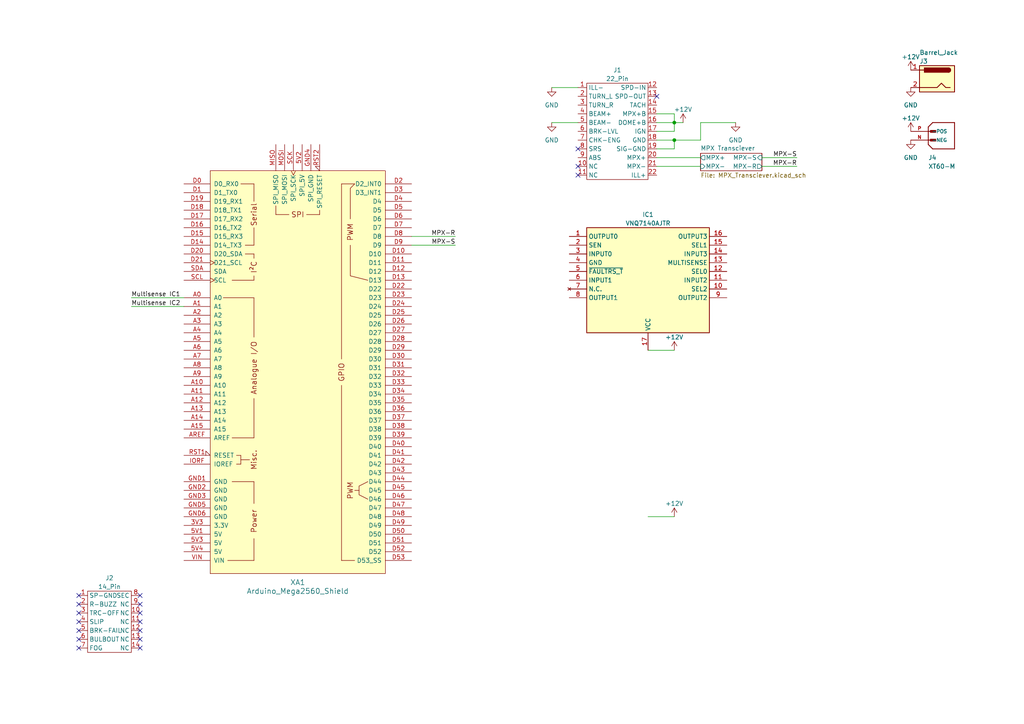
<source format=kicad_sch>
(kicad_sch (version 20230121) (generator eeschema)
  (paper "A4")
  (title_block (date "mar. 31 mars 2015"))
  (lib_symbols
    (symbol "Connector:Barrel_Jack" (pin_names (offset 1.016))
      (property "Reference" "J" (at 0 5.334 0))
      (property "Value" "Barrel_Jack" (at 0 -5.08 0))
      (symbol "Barrel_Jack_0_1"
        (rectangle (start -5.08 3.81) (end 5.08 -3.81) (stroke (width 0.254)) (fill (type background)))
        (arc (start -3.302 3.175) (mid -3.9343 2.54) (end -3.302 1.905) (stroke (width 0.254)))
        (arc (start -3.302 3.175) (mid -3.9343 2.54) (end -3.302 1.905) (stroke (width 0.254)) (fill (type outline)))
        (polyline (pts (xy 5.08 2.54) (xy 3.81 2.54)) (stroke (width 0.254)))
        (polyline (pts (xy -3.81 -2.54) (xy -2.54 -2.54) (xy -1.27 -1.27) (xy 0 -2.54) (xy 2.54 -2.54) (xy 5.08 -2.54)) (stroke (width 0.254)))
        (rectangle (start 3.683 3.175) (end -3.302 1.905) (stroke (width 0.254)) (fill (type outline)))
      )
      (symbol "Barrel_Jack_1_1"
        (pin passive line (at 7.62 2.54 180) (length 2.54) (name "~") (number "1"))
        (pin passive line (at 7.62 -2.54 180) (length 2.54) (name "~") (number "2"))
      )
    )
    (symbol "IS200 Interface Board:14_Pin"
      (property "Reference" "J" (at -5.08 10.16 0))
      (property "Value" "14_Pin" (at 2.54 -10.16 0))
      (symbol "14_Pin_0_1"
        (rectangle (start -6.35 8.89) (end 6.35 -8.89))
      )
      (symbol "14_Pin_1_1"
        (pin input line (at -8.89 7.62 0) (length 2.54) (name "SP-GND") (number "1"))
        (pin input line (at 8.89 2.54 180) (length 2.54) (name "NC") (number "10"))
        (pin input line (at 8.89 0 180) (length 2.54) (name "NC") (number "11"))
        (pin input line (at 8.89 -2.54 180) (length 2.54) (name "NC") (number "12"))
        (pin input line (at 8.89 -5.08 180) (length 2.54) (name "NC") (number "13"))
        (pin input line (at 8.89 -7.62 180) (length 2.54) (name "NC") (number "14"))
        (pin input line (at -8.89 5.08 0) (length 2.54) (name "R-BUZZ") (number "2"))
        (pin input line (at -8.89 2.54 0) (length 2.54) (name "TRC-OFF") (number "3"))
        (pin input line (at -8.89 0 0) (length 2.54) (name "SLIP") (number "4"))
        (pin input line (at -8.89 -2.54 0) (length 2.54) (name "BRK-FAIL") (number "5"))
        (pin input line (at -8.89 -5.08 0) (length 2.54) (name "BULBOUT") (number "6"))
        (pin input line (at -8.89 -7.62 0) (length 2.54) (name "FOG") (number "7"))
        (pin input line (at 8.89 7.62 180) (length 2.54) (name "SEC") (number "8"))
        (pin input line (at 8.89 5.08 180) (length 2.54) (name "NC") (number "9"))
      )
    )
    (symbol "IS200 Interface Board:22_Pin"
      (property "Reference" "J" (at -7.62 15.24 0))
      (property "Value" "22_Pin" (at 5.08 -15.24 0))
      (symbol "22_Pin_0_1"
        (rectangle (start -8.89 13.97) (end 8.89 -13.97))
      )
      (symbol "22_Pin_1_1"
        (pin input line (at -11.43 12.7 0) (length 2.54) (name "ILL-") (number "1"))
        (pin input line (at -11.43 -10.16 0) (length 2.54) (name "NC") (number "10"))
        (pin input line (at -11.43 -12.7 0) (length 2.54) (name "NC") (number "11"))
        (pin input line (at 11.43 12.7 180) (length 2.54) (name "SPD-IN") (number "12"))
        (pin input line (at 11.43 10.16 180) (length 2.54) (name "SPD-OUT") (number "13"))
        (pin input line (at 11.43 7.62 180) (length 2.54) (name "TACH") (number "14"))
        (pin input line (at 11.43 5.08 180) (length 2.54) (name "MPX+B") (number "15"))
        (pin input line (at 11.43 2.54 180) (length 2.54) (name "DOME+B") (number "16"))
        (pin input line (at 11.43 0 180) (length 2.54) (name "IGN") (number "17"))
        (pin input line (at 11.43 -2.54 180) (length 2.54) (name "GND") (number "18"))
        (pin input line (at 11.43 -5.08 180) (length 2.54) (name "SIG-GND") (number "19"))
        (pin input line (at -11.43 10.16 0) (length 2.54) (name "TURN_L") (number "2"))
        (pin input line (at 11.43 -7.62 180) (length 2.54) (name "MPX+") (number "20"))
        (pin input line (at 11.43 -10.16 180) (length 2.54) (name "MPX-") (number "21"))
        (pin input line (at 11.43 -12.7 180) (length 2.54) (name "ILL+") (number "22"))
        (pin input line (at -11.43 7.62 0) (length 2.54) (name "TURN_R") (number "3"))
        (pin input line (at -11.43 5.08 0) (length 2.54) (name "BEAM+") (number "4"))
        (pin input line (at -11.43 2.54 0) (length 2.54) (name "BEAM-") (number "5"))
        (pin input line (at -11.43 0 0) (length 2.54) (name "BRK-LVL") (number "6"))
        (pin input line (at -11.43 -2.54 0) (length 2.54) (name "CHK-ENG") (number "7"))
        (pin input line (at -11.43 -5.08 0) (length 2.54) (name "SRS") (number "8"))
        (pin input line (at -11.43 -7.62 0) (length 2.54) (name "ABS") (number "9"))
      )
    )
    (symbol "SamacSys_Parts:VNQ7140AJTR"
      (property "Reference" "IC" (at 41.91 7.62 0))
      (property "Value" "VNQ7140AJTR" (at 41.91 5.08 0))
      (symbol "VNQ7140AJTR_1_1"
        (rectangle (start 5.08 2.54) (end 40.64 -27.94) (stroke (width 0.254)) (fill (type background)))
        (pin passive line (at 0 0 0) (length 5.08) (name "OUTPUT0") (number "1"))
        (pin passive line (at 45.72 -15.24 180) (length 5.08) (name "SEL2") (number "10"))
        (pin passive line (at 45.72 -12.7 180) (length 5.08) (name "INPUT2") (number "11"))
        (pin passive line (at 45.72 -10.16 180) (length 5.08) (name "SEL0") (number "12"))
        (pin passive line (at 45.72 -7.62 180) (length 5.08) (name "MULTISENSE") (number "13"))
        (pin passive line (at 45.72 -5.08 180) (length 5.08) (name "INPUT3") (number "14"))
        (pin passive line (at 45.72 -2.54 180) (length 5.08) (name "SEL1") (number "15"))
        (pin passive line (at 45.72 0 180) (length 5.08) (name "OUTPUT3") (number "16"))
        (pin passive line (at 22.86 -33.02 90) (length 5.08) (name "VCC") (number "17"))
        (pin passive line (at 0 -2.54 0) (length 5.08) (name "SEN") (number "2"))
        (pin passive line (at 0 -5.08 0) (length 5.08) (name "INPUT0") (number "3"))
        (pin passive line (at 0 -7.62 0) (length 5.08) (name "GND") (number "4"))
        (pin passive line (at 0 -10.16 0) (length 5.08) (name "~{FAULTRS_T}") (number "5"))
        (pin passive line (at 0 -12.7 0) (length 5.08) (name "INPUT1") (number "6"))
        (pin no_connect line (at 0 -15.24 0) (length 5.08) (name "N.C.") (number "7"))
        (pin passive line (at 0 -17.78 0) (length 5.08) (name "OUTPUT1") (number "8"))
        (pin passive line (at 45.72 -17.78 180) (length 5.08) (name "OUTPUT2") (number "9"))
      )
    )
    (symbol "XT60-M:XT60-M" (pin_names (offset 1.016))
      (property "Reference" "J4" (at -3.81 6.35 0))
      (property "Value" "XT60-M" (at -3.81 3.81 0))
      (symbol "XT60-M_0_0"
        (polyline (pts (xy 0 -1.27) (xy 1.27 -2.54)) (stroke (width 0.254)))
        (polyline (pts (xy 0 0) (xy 1.905 0)) (stroke (width 0.254)))
        (polyline (pts (xy 0 2.54) (xy 0 -1.27)) (stroke (width 0.254)))
        (polyline (pts (xy 0 2.54) (xy 1.905 2.54)) (stroke (width 0.254)))
        (polyline (pts (xy 0 3.81) (xy 0 2.54)) (stroke (width 0.254)))
        (polyline (pts (xy 0 3.81) (xy 1.27 5.08)) (stroke (width 0.254)))
        (polyline (pts (xy 1.27 -2.54) (xy 7.62 -2.54)) (stroke (width 0.254)))
        (polyline (pts (xy 7.62 -2.54) (xy 7.62 5.08)) (stroke (width 0.254)))
        (polyline (pts (xy 7.62 5.08) (xy 1.27 5.08)) (stroke (width 0.254)))
        (rectangle (start 0.6096 -0.3048) (end 2.2098 0.3048) (fill (type outline)))
        (rectangle (start 0.6096 2.8448) (end 2.2098 2.2098) (fill (type outline)))
        (pin passive line (at -5.08 0 0) (length 5.08) (name "-NEG") (number "N"))
        (pin passive line (at -5.08 2.54 0) (length 5.08) (name "-POS") (number "P"))
      )
    )
    (symbol "arduino:Arduino_Mega2560_Shield" (pin_names (offset 1.016))
      (property "Reference" "XA" (at 2.54 0 90))
      (property "Value" "Arduino_Mega2560_Shield" (at -2.54 0 90))
      (symbol "Arduino_Mega2560_Shield_0_0"
        (rectangle (start -25.4 -58.42) (end 25.4 58.42) (fill (type background)))
        (rectangle (start -20.32 -54.61) (end -12.7 -54.61))
        (rectangle (start -19.05 -31.75) (end -12.7 -31.75))
        (rectangle (start -19.05 -19.05) (end -12.7 -19.05))
        (rectangle (start -19.05 26.67) (end -12.7 26.67))
        (rectangle (start -17.78 -26.67) (end -16.51 -26.67))
        (rectangle (start -17.78 -24.13) (end -16.51 -24.13))
        (rectangle (start -16.51 -25.4) (end -13.97 -25.4))
        (rectangle (start -16.51 -24.13) (end -16.51 -26.67))
        (rectangle (start -16.51 54.61) (end -12.7 54.61))
        (rectangle (start -15.24 34.29) (end -12.7 34.29))
        (rectangle (start -15.24 36.83) (end -12.7 36.83))
        (rectangle (start -12.7 -54.61) (end -12.7 -48.26))
        (rectangle (start -12.7 -31.75) (end -12.7 -38.1))
        (rectangle (start -12.7 26.67) (end -12.7 27.94))
        (rectangle (start -12.7 34.29) (end -12.7 33.02))
        (rectangle (start -12.7 41.91) (end -12.7 36.83))
        (rectangle (start -12.7 49.53) (end -12.7 54.61))
        (rectangle (start -6.35 48.26) (end -6.35 45.72))
        (rectangle (start -2.54 45.72) (end -6.35 45.72))
        (polyline (pts (xy -21.59 21.59) (xy -12.7 21.59)))
        (polyline (pts (xy -12.7 -19.05) (xy -12.7 -7.62)))
        (polyline (pts (xy -12.7 10.16) (xy -12.7 21.59)))
        (polyline (pts (xy 12.7 -54.61) (xy 16.51 -54.61)))
        (polyline (pts (xy 12.7 54.61) (xy 16.51 54.61)))
        (polyline (pts (xy 17.78 -34.29) (xy 16.51 -34.29)))
        (polyline (pts (xy 15.24 36.83) (xy 15.24 27.94) (xy 20.32 26.67)))
        (polyline (pts (xy 15.24 44.45) (xy 15.24 53.34) (xy 16.51 54.61)))
        (polyline (pts (xy 20.32 -31.75) (xy 17.78 -33.02) (xy 17.78 -35.56) (xy 20.32 -36.83)))
        (rectangle (start 6.35 45.72) (end 2.54 45.72))
        (rectangle (start 6.35 46.99) (end 6.35 45.72))
        (text "Analogue I/O" (at -12.7 1.27 900) (effects (font (size 1.524 1.524))))
        (text "I²C" (at -12.7 30.48 900) (effects (font (size 1.524 1.524))))
        (text "Misc." (at -12.7 -25.4 900) (effects (font (size 1.524 1.524))))
        (text "Power" (at -12.7 -43.18 900) (effects (font (size 1.524 1.524))))
        (text "PWM" (at 15.24 -34.29 900) (effects (font (size 1.524 1.524))))
        (text "PWM" (at 15.24 40.64 900) (effects (font (size 1.524 1.524))))
        (text "Serial" (at -12.7 45.72 900) (effects (font (size 1.524 1.524))))
        (text "SPI" (at 0 45.72 0) (effects (font (size 1.524 1.524))))
      )
      (symbol "Arduino_Mega2560_Shield_1_0"
        (rectangle (start 12.7 -54.61) (end 12.7 -3.81))
        (rectangle (start 12.7 54.61) (end 12.7 3.81))
        (text "GPIO" (at 12.7 0 900) (effects (font (size 1.524 1.524))))
      )
      (symbol "Arduino_Mega2560_Shield_1_1"
        (pin power_in line (at -33.02 -44.45 0) (length 7.62) (name "3.3V") (number "3V3"))
        (pin power_in line (at -33.02 -46.99 0) (length 7.62) (name "5V") (number "5V1"))
        (pin power_in line (at 1.27 66.04 270) (length 7.62) (name "SPI_5V") (number "5V2"))
        (pin power_in line (at -33.02 -49.53 0) (length 7.62) (name "5V") (number "5V3"))
        (pin power_in line (at -33.02 -52.07 0) (length 7.62) (name "5V") (number "5V4"))
        (pin bidirectional line (at -33.02 21.59 0) (length 7.62) (name "A0") (number "A0"))
        (pin bidirectional line (at -33.02 19.05 0) (length 7.62) (name "A1") (number "A1"))
        (pin bidirectional line (at -33.02 -3.81 0) (length 7.62) (name "A10") (number "A10"))
        (pin bidirectional line (at -33.02 -6.35 0) (length 7.62) (name "A11") (number "A11"))
        (pin bidirectional line (at -33.02 -8.89 0) (length 7.62) (name "A12") (number "A12"))
        (pin bidirectional line (at -33.02 -11.43 0) (length 7.62) (name "A13") (number "A13"))
        (pin bidirectional line (at -33.02 -13.97 0) (length 7.62) (name "A14") (number "A14"))
        (pin bidirectional line (at -33.02 -16.51 0) (length 7.62) (name "A15") (number "A15"))
        (pin bidirectional line (at -33.02 16.51 0) (length 7.62) (name "A2") (number "A2"))
        (pin bidirectional line (at -33.02 13.97 0) (length 7.62) (name "A3") (number "A3"))
        (pin bidirectional line (at -33.02 11.43 0) (length 7.62) (name "A4") (number "A4"))
        (pin bidirectional line (at -33.02 8.89 0) (length 7.62) (name "A5") (number "A5"))
        (pin bidirectional line (at -33.02 6.35 0) (length 7.62) (name "A6") (number "A6"))
        (pin bidirectional line (at -33.02 3.81 0) (length 7.62) (name "A7") (number "A7"))
        (pin bidirectional line (at -33.02 1.27 0) (length 7.62) (name "A8") (number "A8"))
        (pin bidirectional line (at -33.02 -1.27 0) (length 7.62) (name "A9") (number "A9"))
        (pin input line (at -33.02 -19.05 0) (length 7.62) (name "AREF") (number "AREF"))
        (pin bidirectional line (at -33.02 54.61 0) (length 7.62) (name "D0_RX0") (number "D0"))
        (pin bidirectional line (at -33.02 52.07 0) (length 7.62) (name "D1_TX0") (number "D1"))
        (pin bidirectional line (at 33.02 34.29 180) (length 7.62) (name "D10") (number "D10"))
        (pin bidirectional line (at 33.02 31.75 180) (length 7.62) (name "D11") (number "D11"))
        (pin bidirectional line (at 33.02 29.21 180) (length 7.62) (name "D12") (number "D12"))
        (pin bidirectional line (at 33.02 26.67 180) (length 7.62) (name "D13") (number "D13"))
        (pin bidirectional line (at -33.02 36.83 0) (length 7.62) (name "D14_TX3") (number "D14"))
        (pin bidirectional line (at -33.02 39.37 0) (length 7.62) (name "D15_RX3") (number "D15"))
        (pin bidirectional line (at -33.02 41.91 0) (length 7.62) (name "D16_TX2") (number "D16"))
        (pin bidirectional line (at -33.02 44.45 0) (length 7.62) (name "D17_RX2") (number "D17"))
        (pin bidirectional line (at -33.02 46.99 0) (length 7.62) (name "D18_TX1") (number "D18"))
        (pin bidirectional line (at -33.02 49.53 0) (length 7.62) (name "D19_RX1") (number "D19"))
        (pin bidirectional line (at 33.02 54.61 180) (length 7.62) (name "D2_INT0") (number "D2"))
        (pin bidirectional line (at -33.02 34.29 0) (length 7.62) (name "D20_SDA") (number "D20"))
        (pin bidirectional clock (at -33.02 31.75 0) (length 7.62) (name "D21_SCL") (number "D21"))
        (pin bidirectional line (at 33.02 24.13 180) (length 7.62) (name "D22") (number "D22"))
        (pin bidirectional line (at 33.02 21.59 180) (length 7.62) (name "D23") (number "D23"))
        (pin bidirectional line (at 33.02 19.05 180) (length 7.62) (name "D24") (number "D24"))
        (pin bidirectional line (at 33.02 16.51 180) (length 7.62) (name "D25") (number "D25"))
        (pin bidirectional line (at 33.02 13.97 180) (length 7.62) (name "D26") (number "D26"))
        (pin bidirectional line (at 33.02 11.43 180) (length 7.62) (name "D27") (number "D27"))
        (pin bidirectional line (at 33.02 8.89 180) (length 7.62) (name "D28") (number "D28"))
        (pin bidirectional line (at 33.02 6.35 180) (length 7.62) (name "D29") (number "D29"))
        (pin bidirectional line (at 33.02 52.07 180) (length 7.62) (name "D3_INT1") (number "D3"))
        (pin bidirectional line (at 33.02 3.81 180) (length 7.62) (name "D30") (number "D30"))
        (pin bidirectional line (at 33.02 1.27 180) (length 7.62) (name "D31") (number "D31"))
        (pin bidirectional line (at 33.02 -1.27 180) (length 7.62) (name "D32") (number "D32"))
        (pin bidirectional line (at 33.02 -3.81 180) (length 7.62) (name "D33") (number "D33"))
        (pin bidirectional line (at 33.02 -6.35 180) (length 7.62) (name "D34") (number "D34"))
        (pin bidirectional line (at 33.02 -8.89 180) (length 7.62) (name "D35") (number "D35"))
        (pin bidirectional line (at 33.02 -11.43 180) (length 7.62) (name "D36") (number "D36"))
        (pin bidirectional line (at 33.02 -13.97 180) (length 7.62) (name "D37") (number "D37"))
        (pin bidirectional line (at 33.02 -16.51 180) (length 7.62) (name "D38") (number "D38"))
        (pin bidirectional line (at 33.02 -19.05 180) (length 7.62) (name "D39") (number "D39"))
        (pin bidirectional line (at 33.02 49.53 180) (length 7.62) (name "D4") (number "D4"))
        (pin bidirectional line (at 33.02 -21.59 180) (length 7.62) (name "D40") (number "D40"))
        (pin bidirectional line (at 33.02 -24.13 180) (length 7.62) (name "D41") (number "D41"))
        (pin bidirectional line (at 33.02 -26.67 180) (length 7.62) (name "D42") (number "D42"))
        (pin bidirectional line (at 33.02 -29.21 180) (length 7.62) (name "D43") (number "D43"))
        (pin bidirectional line (at 33.02 -31.75 180) (length 7.62) (name "D44") (number "D44"))
        (pin bidirectional line (at 33.02 -34.29 180) (length 7.62) (name "D45") (number "D45"))
        (pin bidirectional line (at 33.02 -36.83 180) (length 7.62) (name "D46") (number "D46"))
        (pin bidirectional line (at 33.02 -39.37 180) (length 7.62) (name "D47") (number "D47"))
        (pin bidirectional line (at 33.02 -41.91 180) (length 7.62) (name "D48") (number "D48"))
        (pin bidirectional line (at 33.02 -44.45 180) (length 7.62) (name "D49") (number "D49"))
        (pin bidirectional line (at 33.02 46.99 180) (length 7.62) (name "D5") (number "D5"))
        (pin bidirectional line (at 33.02 -46.99 180) (length 7.62) (name "D50") (number "D50"))
        (pin bidirectional line (at 33.02 -49.53 180) (length 7.62) (name "D51") (number "D51"))
        (pin bidirectional line (at 33.02 -52.07 180) (length 7.62) (name "D52") (number "D52"))
        (pin bidirectional line (at 33.02 -54.61 180) (length 7.62) (name "D53_SS") (number "D53"))
        (pin bidirectional line (at 33.02 44.45 180) (length 7.62) (name "D6") (number "D6"))
        (pin bidirectional line (at 33.02 41.91 180) (length 7.62) (name "D7") (number "D7"))
        (pin bidirectional line (at 33.02 39.37 180) (length 7.62) (name "D8") (number "D8"))
        (pin bidirectional line (at 33.02 36.83 180) (length 7.62) (name "D9") (number "D9"))
        (pin power_in line (at -33.02 -31.75 0) (length 7.62) (name "GND") (number "GND1"))
        (pin power_in line (at -33.02 -34.29 0) (length 7.62) (name "GND") (number "GND2"))
        (pin power_in line (at -33.02 -36.83 0) (length 7.62) (name "GND") (number "GND3"))
        (pin power_in line (at 3.81 66.04 270) (length 7.62) (name "SPI_GND") (number "GND4"))
        (pin power_in line (at -33.02 -39.37 0) (length 7.62) (name "GND") (number "GND5"))
        (pin power_in line (at -33.02 -41.91 0) (length 7.62) (name "GND") (number "GND6"))
        (pin output line (at -33.02 -26.67 0) (length 7.62) (name "IOREF") (number "IORF"))
        (pin input line (at -6.35 66.04 270) (length 7.62) (name "SPI_MISO") (number "MISO"))
        (pin output line (at -3.81 66.04 270) (length 7.62) (name "SPI_MOSI") (number "MOSI"))
        (pin open_collector input_low (at -33.02 -24.13 0) (length 7.62) (name "RESET") (number "RST1"))
        (pin open_collector input_low (at 6.35 66.04 270) (length 7.62) (name "SPI_RESET") (number "RST2"))
        (pin output clock (at -1.27 66.04 270) (length 7.62) (name "SPI_SCK") (number "SCK"))
        (pin bidirectional clock (at -33.02 26.67 0) (length 7.62) (name "SCL") (number "SCL"))
        (pin bidirectional line (at -33.02 29.21 0) (length 7.62) (name "SDA") (number "SDA"))
        (pin power_in line (at -33.02 -54.61 0) (length 7.62) (name "VIN") (number "VIN"))
      )
    )
    (symbol "power:+12V" (power) (pin_names (offset 0))
      (property "Value" "+12V" (at 0 3.556 0))
      (symbol "+12V_0_1"
        (polyline (pts (xy -0.762 1.27) (xy 0 2.54)))
        (polyline (pts (xy 0 0) (xy 0 2.54)))
        (polyline (pts (xy 0 2.54) (xy 0.762 1.27)))
      )
      (symbol "+12V_1_1"
        (pin power_in line (at 0 0 90) (length 0) hide (name "+12V") (number "1"))
      )
    )
    (symbol "power:GND" (power) (pin_names (offset 0))
      (property "Value" "GND" (at 0 -3.81 0))
      (symbol "GND_0_1"
        (polyline (pts (xy 0 0) (xy 0 -1.27) (xy 1.27 -1.27) (xy 0 -2.54) (xy -1.27 -1.27) (xy 0 -1.27)))
      )
      (symbol "GND_1_1"
        (pin power_in line (at 0 0 270) (length 0) hide (name "GND") (number "1"))
      )
    )
  )
  (junction (at 195.58 35.56))
  (junction (at 195.58 40.64))
  (no_connect (at 22.86 182.88))
  (no_connect (at 22.86 177.8))
  (no_connect (at 40.64 187.96))
  (no_connect (at 190.5 27.94))
  (no_connect (at 40.64 185.42))
  (no_connect (at 22.86 175.26))
  (no_connect (at 22.86 187.96))
  (no_connect (at 40.64 175.26))
  (no_connect (at 167.64 48.26))
  (no_connect (at 22.86 172.72))
  (no_connect (at 40.64 172.72))
  (no_connect (at 167.64 50.8))
  (no_connect (at 40.64 177.8))
  (no_connect (at 40.64 182.88))
  (no_connect (at 22.86 180.34))
  (no_connect (at 167.64 43.18))
  (no_connect (at 22.86 185.42))
  (no_connect (at 40.64 180.34))
  (wire (pts (xy 220.98 45.72) (xy 231.14 45.72)))
  (wire (pts (xy 190.5 40.64) (xy 195.58 40.64)))
  (wire (pts (xy 195.58 35.56) (xy 198.12 35.56)))
  (wire (pts (xy 190.5 38.1) (xy 195.58 38.1)))
  (wire (pts (xy 195.58 40.64) (xy 203.2 40.64)))
  (wire (pts (xy 187.96 101.6) (xy 195.58 101.6)))
  (wire (pts (xy 187.96 149.86) (xy 195.58 149.86)))
  (wire (pts (xy 190.5 45.72) (xy 203.2 45.72)))
  (wire (pts (xy 195.58 33.02) (xy 190.5 33.02)))
  (wire (pts (xy 190.5 48.26) (xy 203.2 48.26)))
  (wire (pts (xy 119.38 71.12) (xy 132.08 71.12)))
  (wire (pts (xy 195.58 43.18) (xy 195.58 40.64)))
  (wire (pts (xy 160.02 35.56) (xy 167.64 35.56)))
  (wire (pts (xy 195.58 38.1) (xy 195.58 35.56)))
  (wire (pts (xy 190.5 43.18) (xy 195.58 43.18)))
  (wire (pts (xy 38.1 86.36) (xy 53.34 86.36)))
  (wire (pts (xy 160.02 25.4) (xy 167.64 25.4)))
  (wire (pts (xy 203.2 40.64) (xy 203.2 35.56)))
  (wire (pts (xy 203.2 35.56) (xy 213.36 35.56)))
  (wire (pts (xy 190.5 35.56) (xy 195.58 35.56)))
  (wire (pts (xy 220.98 48.26) (xy 231.14 48.26)))
  (wire (pts (xy 38.1 88.9) (xy 53.34 88.9)))
  (wire (pts (xy 119.38 68.58) (xy 132.08 68.58)))
  (wire (pts (xy 195.58 35.56) (xy 195.58 33.02)))
  (label "MPX-R" (at 132.08 68.58 180))
  (label "MPX-S" (at 132.08 71.12 180))
  (label "Multisense IC1" (at 38.1 86.36 0))
  (label "MPX-S" (at 231.14 45.72 180))
  (label "Multisense IC2" (at 38.1 88.9 0))
  (label "MPX-R" (at 231.14 48.26 180))
  (symbol (lib_id "IS200 Interface Board:22_Pin") (at 179.07 38.1 0) (unit 1)
    (property "Reference" "J1" (at 179.07 20.32 0))
    (property "Value" "22_Pin" (at 179.07 22.86 0))
  )
  (symbol (lib_id "IS200 Interface Board:14_Pin") (at 31.75 180.34 0) (unit 1)
    (property "Reference" "J2" (at 31.75 167.64 0))
    (property "Value" "14_Pin" (at 31.75 170.18 0))
  )
  (symbol (lib_id "arduino:Arduino_Mega2560_Shield") (at 86.36 107.95 0) (unit 1)
    (property "Reference" "XA1" (at 86.36 168.91 0) (effects (font (size 1.524 1.524))))
    (property "Value" "Arduino_Mega2560_Shield" (at 86.36 171.45 0) (effects (font (size 1.524 1.524))))
    (property "Datasheet" "https://store.arduino.cc/arduino-mega-2560-rev3" (effects hide))
  )
  (symbol (lib_id "SamacSys_Parts:VNQ7140AJTR") (at 165.1 68.58 0) (unit 1)
    (property "Reference" "IC1" (at 187.96 62.23 0))
    (property "Value" "VNQ7140AJTR" (at 187.96 64.77 0))
    (property "Footprint" "SOP50P600X170-17N" (effects hide))
    (property "Datasheet" "https://www.st.com/resource/en/datasheet/vnq7140aj.pdf" (effects hide))
    (property "Height" "1.7" (effects hide))
    (property "Manufacturer_Name" "STMicroelectronics" (effects hide))
    (property "Manufacturer_Part_Number" "VNQ7140AJTR" (effects hide))
  )
  (symbol (lib_id "power:GND") (at 264.16 25.4 0) (unit 1)
    (property "Reference" "#PWR02" (effects hide))
    (property "Value" "GND" (at 264.16 30.48 0))
  )
  (symbol (lib_id "power:+12V") (at 264.16 38.1 0) (unit 1)
    (property "Reference" "#PWR03" (effects hide))
    (property "Value" "+12V" (at 264.16 34.29 0))
  )
  (symbol (lib_id "power:+12V") (at 198.12 35.56 0) (unit 1)
    (property "Reference" "#PWR06" (effects hide))
    (property "Value" "+12V" (at 198.12 31.75 0))
  )
  (symbol (lib_id "power:GND") (at 264.16 40.64 0) (unit 1)
    (property "Reference" "#PWR01" (effects hide))
    (property "Value" "GND" (at 264.16 45.72 0))
  )
  (symbol (lib_id "power:GND") (at 213.36 35.56 0) (unit 1)
    (property "Reference" "#PWR05" (effects hide))
    (property "Value" "GND" (at 213.36 40.64 0))
  )
  (symbol (lib_id "power:+12V") (at 195.58 149.86 0) (unit 1)
    (property "Reference" "#PWR09" (effects hide))
    (property "Value" "+12V" (at 195.58 146.05 0))
  )
  (symbol (lib_id "power:GND") (at 160.02 35.56 0) (unit 1)
    (property "Reference" "#PWR08" (effects hide))
    (property "Value" "GND" (at 160.02 40.64 0))
  )
  (symbol (lib_id "Connector:Barrel_Jack") (at 271.78 22.86 0) (mirror y) (unit 1)
    (property "Reference" "J3" (at 266.7 17.78 0) (effects (justify right)))
    (property "Value" "Barrel_Jack" (at 266.7 15.24 0) (effects (justify right)))
  )
  (symbol (lib_id "power:+12V") (at 195.58 101.6 0) (unit 1)
    (property "Reference" "#PWR010" (effects hide))
    (property "Value" "+12V" (at 195.58 97.79 0))
  )
  (symbol (lib_id "XT60-M:XT60-M") (at 269.24 40.64 0) (unit 1)
    (property "Reference" "J4" (at 269.24 45.72 0) (effects (justify left)))
    (property "Value" "XT60-M" (at 269.24 48.26 0) (effects (justify left)))
    (property "Footprint" "AMASS_XT60-M" (effects hide))
    (property "MAXIMUM_PACKAGE_HEIGHT" "16.00 mm" (effects hide))
    (property "MANUFACTURER" "AMASS" (effects hide))
    (property "PARTREV" "V1.2" (effects hide))
    (property "STANDARD" "IPC 7351B" (effects hide))
  )
  (symbol (lib_id "power:+12V") (at 264.16 20.32 0) (unit 1)
    (property "Reference" "#PWR04" (effects hide))
    (property "Value" "+12V" (at 264.16 16.51 0))
  )
  (symbol (lib_id "power:GND") (at 160.02 25.4 0) (unit 1)
    (property "Reference" "#PWR07" (effects hide))
    (property "Value" "GND" (at 160.02 30.48 0))
  )
  (sheet (at 203.2 44.45) (size 17.78 5.08) (stroke (width 0.1524))
    (property "Sheetname" "MPX Transciever" (at 203.2 43.7384 0) (effects (justify left bottom)))
    (property "Sheetfile" "MPX_Transciever.kicad_sch" (at 203.2 50.1146 0) (effects (justify left top)))
    (pin "MPX+" output (at 203.2 45.72 180))
    (pin "MPX-S" input (at 220.98 45.72 0))
    (pin "MPX-" input (at 203.2 48.26 180))
    (pin "MPX-R" output (at 220.98 48.26 0))
  )
)
</source>
